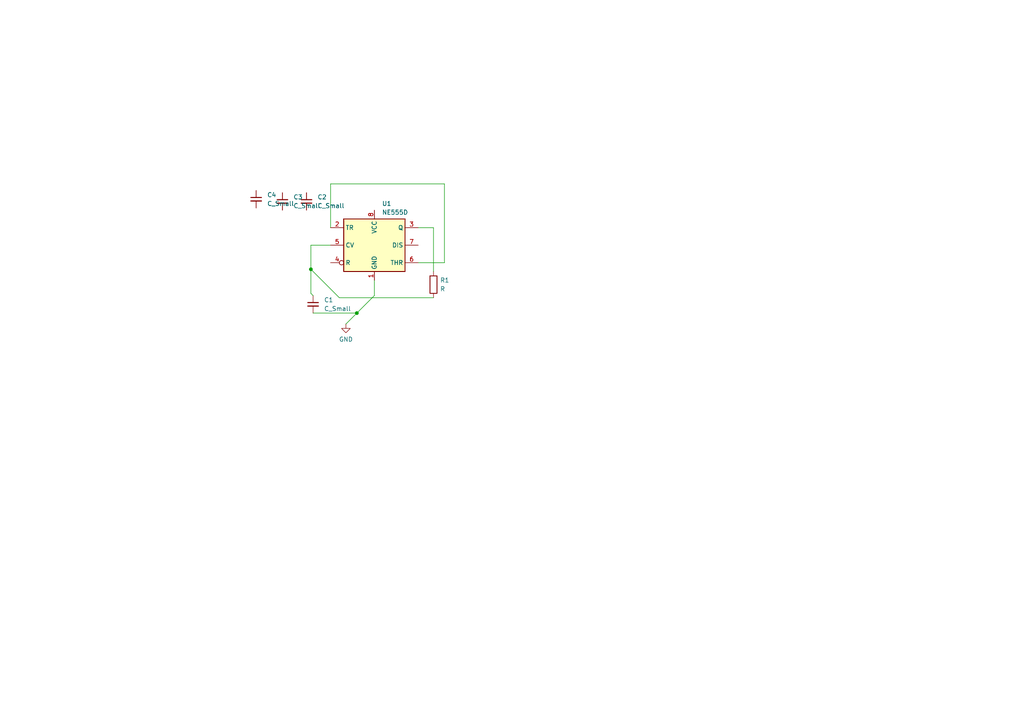
<source format=kicad_sch>
(kicad_sch (version 20230121) (generator eeschema)
  (paper "A4")
  (lib_symbols
    (symbol "Device:C_Small" (pin_numbers hide) (pin_names (offset 0.254) hide)
      (property "Reference" "C" (at 0.254 1.778 0))
      (property "Value" "C_Small" (at 0.254 -2.032 0))
      (symbol "C_Small_0_1"
        (polyline (pts (xy -1.524 -0.508) (xy 1.524 -0.508)) (stroke (width 0.3302)))
        (polyline (pts (xy -1.524 0.508) (xy 1.524 0.508)) (stroke (width 0.3048)))
      )
      (symbol "C_Small_1_1"
        (pin passive line (at 0 2.54 270) (length 2.032) (name "~") (number "1"))
        (pin passive line (at 0 -2.54 90) (length 2.032) (name "~") (number "2"))
      )
    )
    (symbol "Device:R" (pin_numbers hide) (pin_names (offset 0))
      (property "Reference" "R" (at 2.032 0 90))
      (property "Value" "R" (at 0 0 90))
      (symbol "R_0_1"
        (rectangle (start -1.016 -2.54) (end 1.016 2.54) (stroke (width 0.254)))
      )
      (symbol "R_1_1"
        (pin passive line (at 0 3.81 270) (length 1.27) (name "~") (number "1"))
        (pin passive line (at 0 -3.81 90) (length 1.27) (name "~") (number "2"))
      )
    )
    (symbol "Timer:NE555D"
      (property "Reference" "U" (at -10.16 8.89 0))
      (property "Value" "NE555D" (at 2.54 8.89 0))
      (symbol "NE555D_0_0"
        (pin power_in line (at 0 -10.16 90) (length 2.54) (name "GND") (number "1"))
        (pin power_in line (at 0 10.16 270) (length 2.54) (name "VCC") (number "8"))
      )
      (symbol "NE555D_0_1"
        (rectangle (start -8.89 -7.62) (end 8.89 7.62) (stroke (width 0.254)) (fill (type background)))
        (rectangle (start -8.89 -7.62) (end 8.89 7.62) (stroke (width 0.254)) (fill (type background)))
      )
      (symbol "NE555D_1_1"
        (pin input line (at -12.7 5.08 0) (length 3.81) (name "TR") (number "2"))
        (pin output line (at 12.7 5.08 180) (length 3.81) (name "Q") (number "3"))
        (pin input inverted (at -12.7 -5.08 0) (length 3.81) (name "R") (number "4"))
        (pin input line (at -12.7 0 0) (length 3.81) (name "CV") (number "5"))
        (pin input line (at 12.7 -5.08 180) (length 3.81) (name "THR") (number "6"))
        (pin input line (at 12.7 0 180) (length 3.81) (name "DIS") (number "7"))
      )
    )
    (symbol "power:GND" (power) (pin_names (offset 0))
      (property "Value" "GND" (at 0 -3.81 0))
      (symbol "GND_0_1"
        (polyline (pts (xy 0 0) (xy 0 -1.27) (xy 1.27 -1.27) (xy 0 -2.54) (xy -1.27 -1.27) (xy 0 -1.27)))
      )
      (symbol "GND_1_1"
        (pin power_in line (at 0 0 270) (length 0) hide (name "GND") (number "1"))
      )
    )
  )
  (junction (at 103.505 90.805))
  (junction (at 90.17 78.105))
  (wire (pts (xy 128.905 53.34) (xy 128.905 76.2)))
  (wire (pts (xy 121.285 76.2) (xy 128.905 76.2)))
  (wire (pts (xy 125.73 86.36) (xy 98.425 86.36)))
  (wire (pts (xy 90.17 71.12) (xy 90.17 78.105)))
  (wire (pts (xy 95.885 53.34) (xy 95.885 66.04)))
  (wire (pts (xy 90.17 85.09) (xy 90.805 85.725)))
  (wire (pts (xy 90.17 78.105) (xy 90.17 85.09)))
  (wire (pts (xy 90.805 90.805) (xy 103.505 90.805)))
  (wire (pts (xy 121.285 66.04) (xy 125.73 66.04)))
  (wire (pts (xy 95.885 53.34) (xy 128.905 53.34)))
  (wire (pts (xy 108.585 85.725) (xy 103.505 90.805)))
  (wire (pts (xy 108.585 81.28) (xy 108.585 85.725)))
  (wire (pts (xy 125.73 66.04) (xy 125.73 78.74)))
  (wire (pts (xy 90.17 71.12) (xy 95.885 71.12)))
  (wire (pts (xy 98.425 86.36) (xy 90.17 78.105)))
  (wire (pts (xy 103.505 90.805) (xy 100.33 93.98)))
  (symbol (lib_id "Device:C_Small") (at 81.915 58.42 0) (unit 1)
    (property "Reference" "C3" (at 85.09 57.1563 0) (effects (justify left)))
    (property "Value" "C_Small" (at 85.09 59.6963 0) (effects (justify left)))
  )
  (symbol (lib_id "Device:C_Small") (at 90.805 88.265 0) (unit 1)
    (property "Reference" "C1" (at 93.98 87.0013 0) (effects (justify left)))
    (property "Value" "C_Small" (at 93.98 89.5413 0) (effects (justify left)))
  )
  (symbol (lib_id "Device:R") (at 125.73 82.55 0) (unit 1)
    (property "Reference" "R1" (at 127.635 81.28 0) (effects (justify left)))
    (property "Value" "R" (at 127.635 83.82 0) (effects (justify left)))
  )
  (symbol (lib_id "Device:C_Small") (at 74.295 57.785 0) (unit 1)
    (property "Reference" "C4" (at 77.47 56.5213 0) (effects (justify left)))
    (property "Value" "C_Small" (at 77.47 59.0613 0) (effects (justify left)))
  )
  (symbol (lib_id "Device:C_Small") (at 88.9 58.42 0) (unit 1)
    (property "Reference" "C2" (at 92.075 57.1563 0) (effects (justify left)))
    (property "Value" "C_Small" (at 92.075 59.6963 0) (effects (justify left)))
  )
  (symbol (lib_id "power:GND") (at 100.33 93.98 0) (unit 1)
    (property "Reference" "#PWR01" (effects hide))
    (property "Value" "GND" (at 100.33 98.425 0))
  )
  (symbol (lib_id "Timer:NE555D") (at 108.585 71.12 0) (unit 1)
    (property "Reference" "U1" (at 110.7791 59.055 0) (effects (justify left)))
    (property "Value" "NE555D" (at 110.7791 61.595 0) (effects (justify left)))
    (property "Footprint" "Package_SO:SOIC-8_3.9x4.9mm_P1.27mm" (effects hide))
    (property "Datasheet" "http://www.ti.com/lit/ds/symlink/ne555.pdf" (effects hide))
  )
)
</source>
